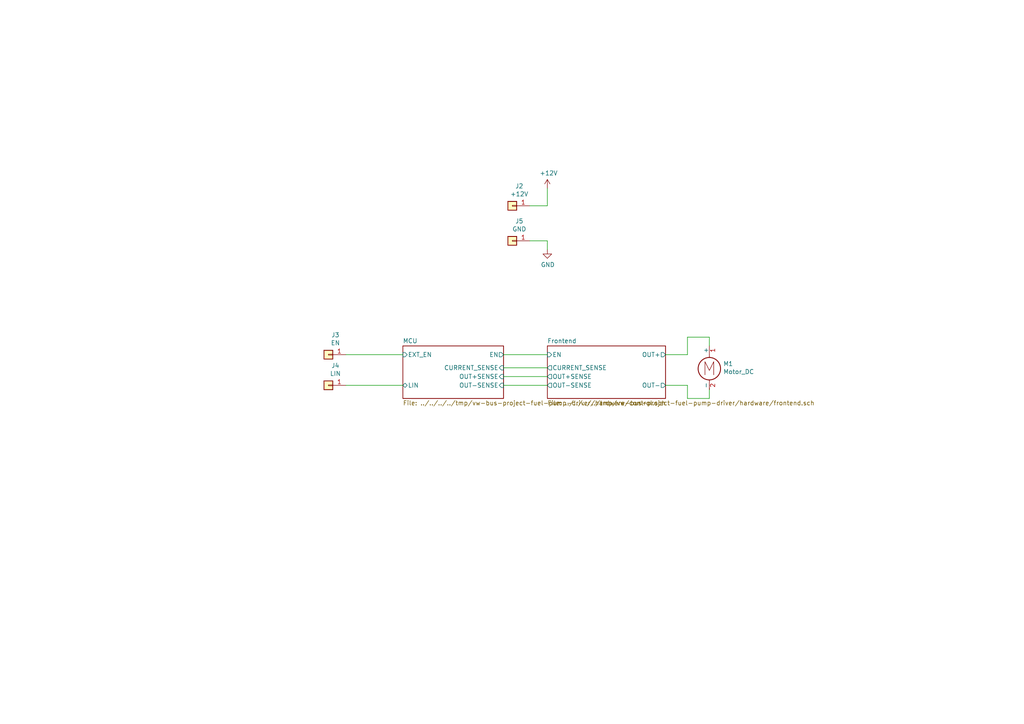
<source format=kicad_sch>
(kicad_sch (version 20230121) (generator eeschema)
  (paper "A4")
  (lib_symbols
    (symbol "Connector_Generic:Conn_01x01" (pin_names (offset 1.016) hide)
      (property "Reference" "J" (at 0 2.54 0))
      (property "Value" "Conn_01x01" (at 0 -2.54 0))
      (symbol "Conn_01x01_1_1"
        (rectangle (start -1.27 0.127) (end 0 -0.127) (stroke (width 0.1524)))
        (rectangle (start -1.27 1.27) (end 1.27 -1.27) (stroke (width 0.254)) (fill (type background)))
        (pin passive line (at -5.08 0 0) (length 3.81) (name "Pin_1") (number "1"))
      )
    )
    (symbol "Motor:Motor_DC" (pin_names (offset 0))
      (property "Reference" "M" (at 2.54 2.54 0))
      (property "Value" "Motor_DC" (at 2.54 -5.08 0))
      (symbol "Motor_DC_0_0"
        (polyline (pts (xy -1.27 -3.302) (xy -1.27 0.508) (xy 0 -2.032) (xy 1.27 0.508) (xy 1.27 -3.302)))
      )
      (symbol "Motor_DC_0_1"
        (circle (center 0 -1.524) (radius 3.2512) (stroke (width 0.254)))
        (polyline (pts (xy 0 -7.62) (xy 0 -7.112)))
        (polyline (pts (xy 0 -4.7752) (xy 0 -5.1816)))
        (polyline (pts (xy 0 1.7272) (xy 0 2.0828)))
        (polyline (pts (xy 0 2.032) (xy 0 2.54)))
      )
      (symbol "Motor_DC_1_1"
        (pin passive line (at 0 5.08 270) (length 2.54) (name "+") (number "1"))
        (pin passive line (at 0 -7.62 90) (length 2.54) (name "-") (number "2"))
      )
    )
    (symbol "power:+12V" (power) (pin_names (offset 0))
      (property "Value" "+12V" (at 0 3.556 0))
      (symbol "+12V_0_1"
        (polyline (pts (xy -0.762 1.27) (xy 0 2.54)))
        (polyline (pts (xy 0 0) (xy 0 2.54)))
        (polyline (pts (xy 0 2.54) (xy 0.762 1.27)))
      )
      (symbol "+12V_1_1"
        (pin power_in line (at 0 0 90) (length 0) hide (name "+12V") (number "1"))
      )
    )
    (symbol "power:GND" (power) (pin_names (offset 0))
      (property "Value" "GND" (at 0 -3.81 0))
      (symbol "GND_0_1"
        (polyline (pts (xy 0 0) (xy 0 -1.27) (xy 1.27 -1.27) (xy 0 -2.54) (xy -1.27 -1.27) (xy 0 -1.27)))
      )
      (symbol "GND_1_1"
        (pin power_in line (at 0 0 270) (length 0) hide (name "GND") (number "1"))
      )
    )
  )
  (wire (pts (xy 158.75 106.68) (xy 146.05 106.68)))
  (wire (pts (xy 199.39 97.79) (xy 205.74 97.79)))
  (wire (pts (xy 153.67 69.85) (xy 158.75 69.85)))
  (wire (pts (xy 153.67 59.69) (xy 158.75 59.69)))
  (wire (pts (xy 158.75 59.69) (xy 158.75 54.61)))
  (wire (pts (xy 158.75 111.76) (xy 146.05 111.76)))
  (wire (pts (xy 205.74 115.57) (xy 205.74 113.03)))
  (wire (pts (xy 100.33 102.87) (xy 116.84 102.87)))
  (wire (pts (xy 193.04 102.87) (xy 199.39 102.87)))
  (wire (pts (xy 158.75 69.85) (xy 158.75 72.39)))
  (wire (pts (xy 199.39 102.87) (xy 199.39 97.79)))
  (wire (pts (xy 193.04 111.76) (xy 199.39 111.76)))
  (wire (pts (xy 146.05 109.22) (xy 158.75 109.22)))
  (wire (pts (xy 199.39 115.57) (xy 205.74 115.57)))
  (wire (pts (xy 100.33 111.76) (xy 116.84 111.76)))
  (wire (pts (xy 199.39 111.76) (xy 199.39 115.57)))
  (wire (pts (xy 205.74 97.79) (xy 205.74 100.33)))
  (wire (pts (xy 146.05 102.87) (xy 158.75 102.87)))
  (symbol (lib_id "power:GND") (at 158.75 72.39 0) (unit 1)
    (property "Reference" "#PWR021" (effects hide))
    (property "Value" "GND" (at 158.877 76.7842 0))
  )
  (symbol (lib_id "power:+12V") (at 158.75 54.61 0) (unit 1)
    (property "Reference" "#PWR020" (effects hide))
    (property "Value" "+12V" (at 159.131 50.2158 0))
  )
  (symbol (lib_id "Connector_Generic:Conn_01x01") (at 148.59 59.69 180) (unit 1)
    (property "Reference" "J2" (at 150.622 53.975 0))
    (property "Value" "+12V" (at 150.622 56.2864 0))
    (property "Footprint" "Wire_Pads:SolderWirePad_single_SMD_5x10mm" (effects hide))
  )
  (symbol (lib_id "Connector_Generic:Conn_01x01") (at 95.25 111.76 180) (unit 1)
    (property "Reference" "J4" (at 97.282 106.045 0))
    (property "Value" "LIN" (at 97.282 108.3564 0))
    (property "Footprint" "Wire_Pads:SolderWirePad_single_SMD_5x10mm" (effects hide))
  )
  (symbol (lib_id "Connector_Generic:Conn_01x01") (at 148.59 69.85 180) (unit 1)
    (property "Reference" "J5" (at 150.622 64.135 0))
    (property "Value" "GND" (at 150.622 66.4464 0))
    (property "Footprint" "Wire_Pads:SolderWirePad_single_SMD_5x10mm" (effects hide))
  )
  (symbol (lib_id "Connector_Generic:Conn_01x01") (at 95.25 102.87 180) (unit 1)
    (property "Reference" "J3" (at 97.282 97.155 0))
    (property "Value" "EN" (at 97.282 99.4664 0))
    (property "Footprint" "Wire_Pads:SolderWirePad_single_SMD_5x10mm" (effects hide))
  )
  (symbol (lib_id "Motor:Motor_DC") (at 205.74 105.41 0) (unit 1)
    (property "Reference" "M1" (at 209.7532 105.5116 0) (effects (justify left)))
    (property "Value" "Motor_DC" (at 209.7532 107.823 0) (effects (justify left)))
    (property "Footprint" "Project:fuel_pump" (effects hide))
  )
  (sheet (at 158.75 100.33) (size 34.29 15.24)
    (property "Sheetname" "Frontend" (at 158.75 99.6184 0) (effects (justify left bottom)))
    (property "Sheetfile" "../../../../tmp/vw-bus-project-fuel-pump-driver/hardware/frontend.sch" (at 158.75 116.1546 0) (effects (justify left top)))
    (pin "OUT+SENSE" output (at 158.75 109.22 180))
    (pin "OUT-SENSE" output (at 158.75 111.76 180))
    (pin "EN" input (at 158.75 102.87 180))
    (pin "CURRENT_SENSE" output (at 158.75 106.68 180))
    (pin "OUT+" output (at 193.04 102.87 0))
    (pin "OUT-" output (at 193.04 111.76 0))
  )
  (sheet (at 116.84 100.33) (size 29.21 15.24)
    (property "Sheetname" "MCU" (at 116.84 99.6184 0) (effects (justify left bottom)))
    (property "Sheetfile" "../../../../tmp/vw-bus-project-fuel-pump-driver/hardware/control.sch" (at 116.84 116.1546 0) (effects (justify left top)))
    (pin "OUT+SENSE" input (at 146.05 109.22 0))
    (pin "OUT-SENSE" input (at 146.05 111.76 0))
    (pin "CURRENT_SENSE" input (at 146.05 106.68 0))
    (pin "EN" output (at 146.05 102.87 0))
    (pin "LIN" bidirectional (at 116.84 111.76 180))
    (pin "EXT_EN" input (at 116.84 102.87 180))
  )
)
</source>
